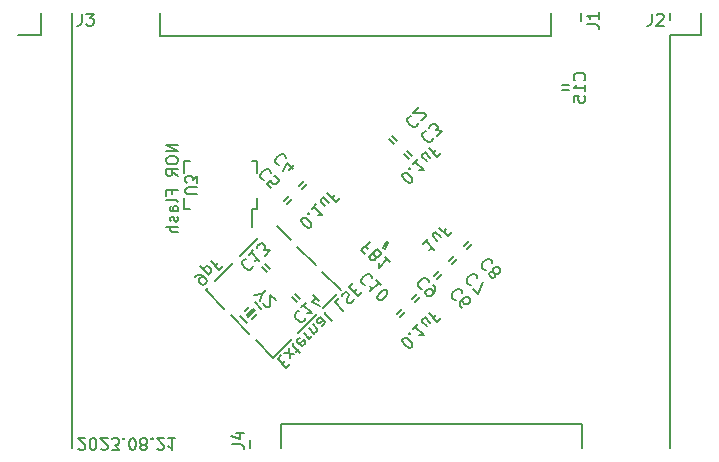
<source format=gbr>
%TF.GenerationSoftware,KiCad,Pcbnew,7.0.5*%
%TF.CreationDate,2023-08-21T09:28:54+09:00*%
%TF.ProjectId,STM32G4 MAZE,53544d33-3247-4342-904d-415a452e6b69,rev?*%
%TF.SameCoordinates,Original*%
%TF.FileFunction,Legend,Bot*%
%TF.FilePolarity,Positive*%
%FSLAX46Y46*%
G04 Gerber Fmt 4.6, Leading zero omitted, Abs format (unit mm)*
G04 Created by KiCad (PCBNEW 7.0.5) date 2023-08-21 09:28:54*
%MOMM*%
%LPD*%
G01*
G04 APERTURE LIST*
%ADD10C,0.200000*%
G04 APERTURE END LIST*
D10*
X75239554Y-118500042D02*
X75287173Y-118547661D01*
X75287173Y-118547661D02*
X75382411Y-118595280D01*
X75382411Y-118595280D02*
X75620506Y-118595280D01*
X75620506Y-118595280D02*
X75715744Y-118547661D01*
X75715744Y-118547661D02*
X75763363Y-118500042D01*
X75763363Y-118500042D02*
X75810982Y-118404804D01*
X75810982Y-118404804D02*
X75810982Y-118309566D01*
X75810982Y-118309566D02*
X75763363Y-118166709D01*
X75763363Y-118166709D02*
X75191935Y-117595280D01*
X75191935Y-117595280D02*
X75810982Y-117595280D01*
X76430030Y-118595280D02*
X76525268Y-118595280D01*
X76525268Y-118595280D02*
X76620506Y-118547661D01*
X76620506Y-118547661D02*
X76668125Y-118500042D01*
X76668125Y-118500042D02*
X76715744Y-118404804D01*
X76715744Y-118404804D02*
X76763363Y-118214328D01*
X76763363Y-118214328D02*
X76763363Y-117976233D01*
X76763363Y-117976233D02*
X76715744Y-117785757D01*
X76715744Y-117785757D02*
X76668125Y-117690519D01*
X76668125Y-117690519D02*
X76620506Y-117642900D01*
X76620506Y-117642900D02*
X76525268Y-117595280D01*
X76525268Y-117595280D02*
X76430030Y-117595280D01*
X76430030Y-117595280D02*
X76334792Y-117642900D01*
X76334792Y-117642900D02*
X76287173Y-117690519D01*
X76287173Y-117690519D02*
X76239554Y-117785757D01*
X76239554Y-117785757D02*
X76191935Y-117976233D01*
X76191935Y-117976233D02*
X76191935Y-118214328D01*
X76191935Y-118214328D02*
X76239554Y-118404804D01*
X76239554Y-118404804D02*
X76287173Y-118500042D01*
X76287173Y-118500042D02*
X76334792Y-118547661D01*
X76334792Y-118547661D02*
X76430030Y-118595280D01*
X77144316Y-118500042D02*
X77191935Y-118547661D01*
X77191935Y-118547661D02*
X77287173Y-118595280D01*
X77287173Y-118595280D02*
X77525268Y-118595280D01*
X77525268Y-118595280D02*
X77620506Y-118547661D01*
X77620506Y-118547661D02*
X77668125Y-118500042D01*
X77668125Y-118500042D02*
X77715744Y-118404804D01*
X77715744Y-118404804D02*
X77715744Y-118309566D01*
X77715744Y-118309566D02*
X77668125Y-118166709D01*
X77668125Y-118166709D02*
X77096697Y-117595280D01*
X77096697Y-117595280D02*
X77715744Y-117595280D01*
X78049078Y-118595280D02*
X78668125Y-118595280D01*
X78668125Y-118595280D02*
X78334792Y-118214328D01*
X78334792Y-118214328D02*
X78477649Y-118214328D01*
X78477649Y-118214328D02*
X78572887Y-118166709D01*
X78572887Y-118166709D02*
X78620506Y-118119090D01*
X78620506Y-118119090D02*
X78668125Y-118023852D01*
X78668125Y-118023852D02*
X78668125Y-117785757D01*
X78668125Y-117785757D02*
X78620506Y-117690519D01*
X78620506Y-117690519D02*
X78572887Y-117642900D01*
X78572887Y-117642900D02*
X78477649Y-117595280D01*
X78477649Y-117595280D02*
X78191935Y-117595280D01*
X78191935Y-117595280D02*
X78096697Y-117642900D01*
X78096697Y-117642900D02*
X78049078Y-117690519D01*
X79096697Y-117690519D02*
X79144316Y-117642900D01*
X79144316Y-117642900D02*
X79096697Y-117595280D01*
X79096697Y-117595280D02*
X79049078Y-117642900D01*
X79049078Y-117642900D02*
X79096697Y-117690519D01*
X79096697Y-117690519D02*
X79096697Y-117595280D01*
X79763363Y-118595280D02*
X79858601Y-118595280D01*
X79858601Y-118595280D02*
X79953839Y-118547661D01*
X79953839Y-118547661D02*
X80001458Y-118500042D01*
X80001458Y-118500042D02*
X80049077Y-118404804D01*
X80049077Y-118404804D02*
X80096696Y-118214328D01*
X80096696Y-118214328D02*
X80096696Y-117976233D01*
X80096696Y-117976233D02*
X80049077Y-117785757D01*
X80049077Y-117785757D02*
X80001458Y-117690519D01*
X80001458Y-117690519D02*
X79953839Y-117642900D01*
X79953839Y-117642900D02*
X79858601Y-117595280D01*
X79858601Y-117595280D02*
X79763363Y-117595280D01*
X79763363Y-117595280D02*
X79668125Y-117642900D01*
X79668125Y-117642900D02*
X79620506Y-117690519D01*
X79620506Y-117690519D02*
X79572887Y-117785757D01*
X79572887Y-117785757D02*
X79525268Y-117976233D01*
X79525268Y-117976233D02*
X79525268Y-118214328D01*
X79525268Y-118214328D02*
X79572887Y-118404804D01*
X79572887Y-118404804D02*
X79620506Y-118500042D01*
X79620506Y-118500042D02*
X79668125Y-118547661D01*
X79668125Y-118547661D02*
X79763363Y-118595280D01*
X80668125Y-118166709D02*
X80572887Y-118214328D01*
X80572887Y-118214328D02*
X80525268Y-118261947D01*
X80525268Y-118261947D02*
X80477649Y-118357185D01*
X80477649Y-118357185D02*
X80477649Y-118404804D01*
X80477649Y-118404804D02*
X80525268Y-118500042D01*
X80525268Y-118500042D02*
X80572887Y-118547661D01*
X80572887Y-118547661D02*
X80668125Y-118595280D01*
X80668125Y-118595280D02*
X80858601Y-118595280D01*
X80858601Y-118595280D02*
X80953839Y-118547661D01*
X80953839Y-118547661D02*
X81001458Y-118500042D01*
X81001458Y-118500042D02*
X81049077Y-118404804D01*
X81049077Y-118404804D02*
X81049077Y-118357185D01*
X81049077Y-118357185D02*
X81001458Y-118261947D01*
X81001458Y-118261947D02*
X80953839Y-118214328D01*
X80953839Y-118214328D02*
X80858601Y-118166709D01*
X80858601Y-118166709D02*
X80668125Y-118166709D01*
X80668125Y-118166709D02*
X80572887Y-118119090D01*
X80572887Y-118119090D02*
X80525268Y-118071471D01*
X80525268Y-118071471D02*
X80477649Y-117976233D01*
X80477649Y-117976233D02*
X80477649Y-117785757D01*
X80477649Y-117785757D02*
X80525268Y-117690519D01*
X80525268Y-117690519D02*
X80572887Y-117642900D01*
X80572887Y-117642900D02*
X80668125Y-117595280D01*
X80668125Y-117595280D02*
X80858601Y-117595280D01*
X80858601Y-117595280D02*
X80953839Y-117642900D01*
X80953839Y-117642900D02*
X81001458Y-117690519D01*
X81001458Y-117690519D02*
X81049077Y-117785757D01*
X81049077Y-117785757D02*
X81049077Y-117976233D01*
X81049077Y-117976233D02*
X81001458Y-118071471D01*
X81001458Y-118071471D02*
X80953839Y-118119090D01*
X80953839Y-118119090D02*
X80858601Y-118166709D01*
X81477649Y-117690519D02*
X81525268Y-117642900D01*
X81525268Y-117642900D02*
X81477649Y-117595280D01*
X81477649Y-117595280D02*
X81430030Y-117642900D01*
X81430030Y-117642900D02*
X81477649Y-117690519D01*
X81477649Y-117690519D02*
X81477649Y-117595280D01*
X81906220Y-118500042D02*
X81953839Y-118547661D01*
X81953839Y-118547661D02*
X82049077Y-118595280D01*
X82049077Y-118595280D02*
X82287172Y-118595280D01*
X82287172Y-118595280D02*
X82382410Y-118547661D01*
X82382410Y-118547661D02*
X82430029Y-118500042D01*
X82430029Y-118500042D02*
X82477648Y-118404804D01*
X82477648Y-118404804D02*
X82477648Y-118309566D01*
X82477648Y-118309566D02*
X82430029Y-118166709D01*
X82430029Y-118166709D02*
X81858601Y-117595280D01*
X81858601Y-117595280D02*
X82477648Y-117595280D01*
X83430029Y-117595280D02*
X82858601Y-117595280D01*
X83144315Y-117595280D02*
X83144315Y-118595280D01*
X83144315Y-118595280D02*
X83049077Y-118452423D01*
X83049077Y-118452423D02*
X82953839Y-118357185D01*
X82953839Y-118357185D02*
X82858601Y-118309566D01*
X103419582Y-109929911D02*
X103486926Y-109862568D01*
X103486926Y-109862568D02*
X103520597Y-109761552D01*
X103520597Y-109761552D02*
X103520597Y-109694209D01*
X103520597Y-109694209D02*
X103486926Y-109593194D01*
X103486926Y-109593194D02*
X103385910Y-109424835D01*
X103385910Y-109424835D02*
X103217552Y-109256476D01*
X103217552Y-109256476D02*
X103049193Y-109155461D01*
X103049193Y-109155461D02*
X102948178Y-109121789D01*
X102948178Y-109121789D02*
X102880834Y-109121789D01*
X102880834Y-109121789D02*
X102779819Y-109155461D01*
X102779819Y-109155461D02*
X102712475Y-109222804D01*
X102712475Y-109222804D02*
X102678804Y-109323820D01*
X102678804Y-109323820D02*
X102678804Y-109391163D01*
X102678804Y-109391163D02*
X102712475Y-109492178D01*
X102712475Y-109492178D02*
X102813491Y-109660537D01*
X102813491Y-109660537D02*
X102981849Y-109828896D01*
X102981849Y-109828896D02*
X103150208Y-109929911D01*
X103150208Y-109929911D02*
X103251223Y-109963583D01*
X103251223Y-109963583D02*
X103318567Y-109963583D01*
X103318567Y-109963583D02*
X103419582Y-109929911D01*
X103318567Y-108751400D02*
X103318567Y-108684056D01*
X103318567Y-108684056D02*
X103251223Y-108684056D01*
X103251223Y-108684056D02*
X103251223Y-108751400D01*
X103251223Y-108751400D02*
X103318567Y-108751400D01*
X103318567Y-108751400D02*
X103251223Y-108684056D01*
X103958330Y-107976950D02*
X103554269Y-108381011D01*
X103756299Y-108178980D02*
X104463406Y-108886087D01*
X104463406Y-108886087D02*
X104295047Y-108852415D01*
X104295047Y-108852415D02*
X104160360Y-108852415D01*
X104160360Y-108852415D02*
X104059345Y-108886087D01*
X105035826Y-107842263D02*
X104564421Y-107370858D01*
X104732780Y-108145309D02*
X104362391Y-107774919D01*
X104362391Y-107774919D02*
X104328719Y-107673904D01*
X104328719Y-107673904D02*
X104362391Y-107572889D01*
X104362391Y-107572889D02*
X104463406Y-107471874D01*
X104463406Y-107471874D02*
X104564421Y-107438202D01*
X104564421Y-107438202D02*
X104631765Y-107438202D01*
X105507230Y-107168828D02*
X105271528Y-107404530D01*
X104901139Y-107034141D02*
X105608246Y-107741247D01*
X105608246Y-107741247D02*
X105944963Y-107404530D01*
X104853178Y-100732102D02*
X104449117Y-101136163D01*
X104651147Y-100934133D02*
X105358254Y-101641239D01*
X105358254Y-101641239D02*
X105189895Y-101607568D01*
X105189895Y-101607568D02*
X105055208Y-101607568D01*
X105055208Y-101607568D02*
X104954193Y-101641239D01*
X105930674Y-100597415D02*
X105459269Y-100126011D01*
X105627628Y-100900461D02*
X105257239Y-100530072D01*
X105257239Y-100530072D02*
X105223567Y-100429056D01*
X105223567Y-100429056D02*
X105257239Y-100328041D01*
X105257239Y-100328041D02*
X105358254Y-100227026D01*
X105358254Y-100227026D02*
X105459269Y-100193354D01*
X105459269Y-100193354D02*
X105526613Y-100193354D01*
X106402078Y-99923980D02*
X106166376Y-100159682D01*
X105795987Y-99789293D02*
X106503093Y-100496400D01*
X106503093Y-100496400D02*
X106839811Y-100159682D01*
X103419582Y-95959911D02*
X103486926Y-95892568D01*
X103486926Y-95892568D02*
X103520597Y-95791552D01*
X103520597Y-95791552D02*
X103520597Y-95724209D01*
X103520597Y-95724209D02*
X103486926Y-95623194D01*
X103486926Y-95623194D02*
X103385910Y-95454835D01*
X103385910Y-95454835D02*
X103217552Y-95286476D01*
X103217552Y-95286476D02*
X103049193Y-95185461D01*
X103049193Y-95185461D02*
X102948178Y-95151789D01*
X102948178Y-95151789D02*
X102880834Y-95151789D01*
X102880834Y-95151789D02*
X102779819Y-95185461D01*
X102779819Y-95185461D02*
X102712475Y-95252804D01*
X102712475Y-95252804D02*
X102678804Y-95353820D01*
X102678804Y-95353820D02*
X102678804Y-95421163D01*
X102678804Y-95421163D02*
X102712475Y-95522178D01*
X102712475Y-95522178D02*
X102813491Y-95690537D01*
X102813491Y-95690537D02*
X102981849Y-95858896D01*
X102981849Y-95858896D02*
X103150208Y-95959911D01*
X103150208Y-95959911D02*
X103251223Y-95993583D01*
X103251223Y-95993583D02*
X103318567Y-95993583D01*
X103318567Y-95993583D02*
X103419582Y-95959911D01*
X103318567Y-94781400D02*
X103318567Y-94714056D01*
X103318567Y-94714056D02*
X103251223Y-94714056D01*
X103251223Y-94714056D02*
X103251223Y-94781400D01*
X103251223Y-94781400D02*
X103318567Y-94781400D01*
X103318567Y-94781400D02*
X103251223Y-94714056D01*
X103958330Y-94006950D02*
X103554269Y-94411011D01*
X103756299Y-94208980D02*
X104463406Y-94916087D01*
X104463406Y-94916087D02*
X104295047Y-94882415D01*
X104295047Y-94882415D02*
X104160360Y-94882415D01*
X104160360Y-94882415D02*
X104059345Y-94916087D01*
X105035826Y-93872263D02*
X104564421Y-93400858D01*
X104732780Y-94175309D02*
X104362391Y-93804919D01*
X104362391Y-93804919D02*
X104328719Y-93703904D01*
X104328719Y-93703904D02*
X104362391Y-93602889D01*
X104362391Y-93602889D02*
X104463406Y-93501874D01*
X104463406Y-93501874D02*
X104564421Y-93468202D01*
X104564421Y-93468202D02*
X104631765Y-93468202D01*
X105507230Y-93198828D02*
X105271528Y-93434530D01*
X104901139Y-93064141D02*
X105608246Y-93771247D01*
X105608246Y-93771247D02*
X105944963Y-93434530D01*
X94847082Y-99769911D02*
X94914426Y-99702568D01*
X94914426Y-99702568D02*
X94948097Y-99601552D01*
X94948097Y-99601552D02*
X94948097Y-99534209D01*
X94948097Y-99534209D02*
X94914426Y-99433194D01*
X94914426Y-99433194D02*
X94813410Y-99264835D01*
X94813410Y-99264835D02*
X94645052Y-99096476D01*
X94645052Y-99096476D02*
X94476693Y-98995461D01*
X94476693Y-98995461D02*
X94375678Y-98961789D01*
X94375678Y-98961789D02*
X94308334Y-98961789D01*
X94308334Y-98961789D02*
X94207319Y-98995461D01*
X94207319Y-98995461D02*
X94139975Y-99062804D01*
X94139975Y-99062804D02*
X94106304Y-99163820D01*
X94106304Y-99163820D02*
X94106304Y-99231163D01*
X94106304Y-99231163D02*
X94139975Y-99332178D01*
X94139975Y-99332178D02*
X94240991Y-99500537D01*
X94240991Y-99500537D02*
X94409349Y-99668896D01*
X94409349Y-99668896D02*
X94577708Y-99769911D01*
X94577708Y-99769911D02*
X94678723Y-99803583D01*
X94678723Y-99803583D02*
X94746067Y-99803583D01*
X94746067Y-99803583D02*
X94847082Y-99769911D01*
X94746067Y-98591400D02*
X94746067Y-98524056D01*
X94746067Y-98524056D02*
X94678723Y-98524056D01*
X94678723Y-98524056D02*
X94678723Y-98591400D01*
X94678723Y-98591400D02*
X94746067Y-98591400D01*
X94746067Y-98591400D02*
X94678723Y-98524056D01*
X95385830Y-97816950D02*
X94981769Y-98221011D01*
X95183799Y-98018980D02*
X95890906Y-98726087D01*
X95890906Y-98726087D02*
X95722547Y-98692415D01*
X95722547Y-98692415D02*
X95587860Y-98692415D01*
X95587860Y-98692415D02*
X95486845Y-98726087D01*
X96463326Y-97682263D02*
X95991921Y-97210858D01*
X96160280Y-97985309D02*
X95789891Y-97614919D01*
X95789891Y-97614919D02*
X95756219Y-97513904D01*
X95756219Y-97513904D02*
X95789891Y-97412889D01*
X95789891Y-97412889D02*
X95890906Y-97311874D01*
X95890906Y-97311874D02*
X95991921Y-97278202D01*
X95991921Y-97278202D02*
X96059265Y-97278202D01*
X96934730Y-97008828D02*
X96699028Y-97244530D01*
X96328639Y-96874141D02*
X97035746Y-97581247D01*
X97035746Y-97581247D02*
X97372463Y-97244530D01*
X85148960Y-103926320D02*
X85283647Y-103791633D01*
X85283647Y-103791633D02*
X85384662Y-103757961D01*
X85384662Y-103757961D02*
X85452006Y-103757961D01*
X85452006Y-103757961D02*
X85620365Y-103791633D01*
X85620365Y-103791633D02*
X85788723Y-103892648D01*
X85788723Y-103892648D02*
X86058097Y-104162022D01*
X86058097Y-104162022D02*
X86091769Y-104263037D01*
X86091769Y-104263037D02*
X86091769Y-104330381D01*
X86091769Y-104330381D02*
X86058097Y-104431396D01*
X86058097Y-104431396D02*
X85923410Y-104566083D01*
X85923410Y-104566083D02*
X85822395Y-104599755D01*
X85822395Y-104599755D02*
X85755052Y-104599755D01*
X85755052Y-104599755D02*
X85654036Y-104566083D01*
X85654036Y-104566083D02*
X85485678Y-104397724D01*
X85485678Y-104397724D02*
X85452006Y-104296709D01*
X85452006Y-104296709D02*
X85452006Y-104229365D01*
X85452006Y-104229365D02*
X85485678Y-104128350D01*
X85485678Y-104128350D02*
X85620365Y-103993663D01*
X85620365Y-103993663D02*
X85721380Y-103959991D01*
X85721380Y-103959991D02*
X85788723Y-103959991D01*
X85788723Y-103959991D02*
X85889739Y-103993663D01*
X86260128Y-103757961D02*
X85553021Y-103050854D01*
X86226456Y-103724289D02*
X86327471Y-103690617D01*
X86327471Y-103690617D02*
X86462158Y-103555930D01*
X86462158Y-103555930D02*
X86495830Y-103454915D01*
X86495830Y-103454915D02*
X86495830Y-103387572D01*
X86495830Y-103387572D02*
X86462158Y-103286556D01*
X86462158Y-103286556D02*
X86260128Y-103084526D01*
X86260128Y-103084526D02*
X86159113Y-103050854D01*
X86159113Y-103050854D02*
X86091769Y-103050854D01*
X86091769Y-103050854D02*
X85990754Y-103084526D01*
X85990754Y-103084526D02*
X85856067Y-103219213D01*
X85856067Y-103219213D02*
X85822395Y-103320228D01*
X87034578Y-102781480D02*
X86798876Y-103017182D01*
X86428487Y-102646793D02*
X87135593Y-103353900D01*
X87135593Y-103353900D02*
X87472311Y-103017182D01*
X83674719Y-92749673D02*
X82674719Y-92749673D01*
X82674719Y-92749673D02*
X83674719Y-93321101D01*
X83674719Y-93321101D02*
X82674719Y-93321101D01*
X82674719Y-93987768D02*
X82674719Y-94178244D01*
X82674719Y-94178244D02*
X82722338Y-94273482D01*
X82722338Y-94273482D02*
X82817576Y-94368720D01*
X82817576Y-94368720D02*
X83008052Y-94416339D01*
X83008052Y-94416339D02*
X83341385Y-94416339D01*
X83341385Y-94416339D02*
X83531861Y-94368720D01*
X83531861Y-94368720D02*
X83627100Y-94273482D01*
X83627100Y-94273482D02*
X83674719Y-94178244D01*
X83674719Y-94178244D02*
X83674719Y-93987768D01*
X83674719Y-93987768D02*
X83627100Y-93892530D01*
X83627100Y-93892530D02*
X83531861Y-93797292D01*
X83531861Y-93797292D02*
X83341385Y-93749673D01*
X83341385Y-93749673D02*
X83008052Y-93749673D01*
X83008052Y-93749673D02*
X82817576Y-93797292D01*
X82817576Y-93797292D02*
X82722338Y-93892530D01*
X82722338Y-93892530D02*
X82674719Y-93987768D01*
X83674719Y-95416339D02*
X83198528Y-95083006D01*
X83674719Y-94844911D02*
X82674719Y-94844911D01*
X82674719Y-94844911D02*
X82674719Y-95225863D01*
X82674719Y-95225863D02*
X82722338Y-95321101D01*
X82722338Y-95321101D02*
X82769957Y-95368720D01*
X82769957Y-95368720D02*
X82865195Y-95416339D01*
X82865195Y-95416339D02*
X83008052Y-95416339D01*
X83008052Y-95416339D02*
X83103290Y-95368720D01*
X83103290Y-95368720D02*
X83150909Y-95321101D01*
X83150909Y-95321101D02*
X83198528Y-95225863D01*
X83198528Y-95225863D02*
X83198528Y-94844911D01*
X83150909Y-96940149D02*
X83150909Y-96606816D01*
X83674719Y-96606816D02*
X82674719Y-96606816D01*
X82674719Y-96606816D02*
X82674719Y-97083006D01*
X83674719Y-97606816D02*
X83627100Y-97511578D01*
X83627100Y-97511578D02*
X83531861Y-97463959D01*
X83531861Y-97463959D02*
X82674719Y-97463959D01*
X83674719Y-98416340D02*
X83150909Y-98416340D01*
X83150909Y-98416340D02*
X83055671Y-98368721D01*
X83055671Y-98368721D02*
X83008052Y-98273483D01*
X83008052Y-98273483D02*
X83008052Y-98083007D01*
X83008052Y-98083007D02*
X83055671Y-97987769D01*
X83627100Y-98416340D02*
X83674719Y-98321102D01*
X83674719Y-98321102D02*
X83674719Y-98083007D01*
X83674719Y-98083007D02*
X83627100Y-97987769D01*
X83627100Y-97987769D02*
X83531861Y-97940150D01*
X83531861Y-97940150D02*
X83436623Y-97940150D01*
X83436623Y-97940150D02*
X83341385Y-97987769D01*
X83341385Y-97987769D02*
X83293766Y-98083007D01*
X83293766Y-98083007D02*
X83293766Y-98321102D01*
X83293766Y-98321102D02*
X83246147Y-98416340D01*
X83627100Y-98844912D02*
X83674719Y-98940150D01*
X83674719Y-98940150D02*
X83674719Y-99130626D01*
X83674719Y-99130626D02*
X83627100Y-99225864D01*
X83627100Y-99225864D02*
X83531861Y-99273483D01*
X83531861Y-99273483D02*
X83484242Y-99273483D01*
X83484242Y-99273483D02*
X83389004Y-99225864D01*
X83389004Y-99225864D02*
X83341385Y-99130626D01*
X83341385Y-99130626D02*
X83341385Y-98987769D01*
X83341385Y-98987769D02*
X83293766Y-98892531D01*
X83293766Y-98892531D02*
X83198528Y-98844912D01*
X83198528Y-98844912D02*
X83150909Y-98844912D01*
X83150909Y-98844912D02*
X83055671Y-98892531D01*
X83055671Y-98892531D02*
X83008052Y-98987769D01*
X83008052Y-98987769D02*
X83008052Y-99130626D01*
X83008052Y-99130626D02*
X83055671Y-99225864D01*
X83674719Y-99702055D02*
X82674719Y-99702055D01*
X83674719Y-100130626D02*
X83150909Y-100130626D01*
X83150909Y-100130626D02*
X83055671Y-100083007D01*
X83055671Y-100083007D02*
X83008052Y-99987769D01*
X83008052Y-99987769D02*
X83008052Y-99844912D01*
X83008052Y-99844912D02*
X83055671Y-99749674D01*
X83055671Y-99749674D02*
X83103290Y-99702055D01*
X92470678Y-111315381D02*
X92706380Y-111079678D01*
X92437006Y-110608274D02*
X92100288Y-110944991D01*
X92100288Y-110944991D02*
X92807395Y-111652098D01*
X92807395Y-111652098D02*
X93144113Y-111315381D01*
X92672708Y-110372572D02*
X93514502Y-110473587D01*
X93144113Y-110843976D02*
X93043097Y-110002182D01*
X93682861Y-110305228D02*
X93952235Y-110035854D01*
X94019578Y-110439915D02*
X93413487Y-109833823D01*
X93413487Y-109833823D02*
X93379815Y-109732808D01*
X93379815Y-109732808D02*
X93413487Y-109631793D01*
X93413487Y-109631793D02*
X93480830Y-109564449D01*
X94019579Y-109093045D02*
X93918563Y-109126716D01*
X93918563Y-109126716D02*
X93783876Y-109261403D01*
X93783876Y-109261403D02*
X93750205Y-109362419D01*
X93750205Y-109362419D02*
X93783876Y-109463434D01*
X93783876Y-109463434D02*
X94053250Y-109732808D01*
X94053250Y-109732808D02*
X94154266Y-109766480D01*
X94154266Y-109766480D02*
X94255281Y-109732808D01*
X94255281Y-109732808D02*
X94389968Y-109598121D01*
X94389968Y-109598121D02*
X94423640Y-109497106D01*
X94423640Y-109497106D02*
X94389968Y-109396090D01*
X94389968Y-109396090D02*
X94322624Y-109328747D01*
X94322624Y-109328747D02*
X93918563Y-109598121D01*
X94322624Y-108722655D02*
X94794029Y-109194060D01*
X94659342Y-109059373D02*
X94760357Y-109093044D01*
X94760357Y-109093044D02*
X94827701Y-109093044D01*
X94827701Y-109093044D02*
X94928716Y-109059373D01*
X94928716Y-109059373D02*
X94996059Y-108992029D01*
X95231762Y-108756327D02*
X94760358Y-108284922D01*
X95164419Y-108688983D02*
X95231762Y-108688983D01*
X95231762Y-108688983D02*
X95332777Y-108655311D01*
X95332777Y-108655311D02*
X95433793Y-108554296D01*
X95433793Y-108554296D02*
X95467464Y-108453281D01*
X95467464Y-108453281D02*
X95433793Y-108352266D01*
X95433793Y-108352266D02*
X95063403Y-107981876D01*
X95703167Y-107342113D02*
X96073556Y-107712502D01*
X96073556Y-107712502D02*
X96107228Y-107813518D01*
X96107228Y-107813518D02*
X96073556Y-107914533D01*
X96073556Y-107914533D02*
X95938869Y-108049220D01*
X95938869Y-108049220D02*
X95837854Y-108082892D01*
X95736838Y-107375785D02*
X95635823Y-107409457D01*
X95635823Y-107409457D02*
X95467464Y-107577815D01*
X95467464Y-107577815D02*
X95433793Y-107678831D01*
X95433793Y-107678831D02*
X95467464Y-107779846D01*
X95467464Y-107779846D02*
X95534808Y-107847189D01*
X95534808Y-107847189D02*
X95635823Y-107880861D01*
X95635823Y-107880861D02*
X95736838Y-107847189D01*
X95736838Y-107847189D02*
X95905197Y-107678831D01*
X95905197Y-107678831D02*
X96006212Y-107645159D01*
X96140899Y-106904380D02*
X96107228Y-107005395D01*
X96107228Y-107005395D02*
X96140899Y-107106411D01*
X96140899Y-107106411D02*
X96746991Y-107712502D01*
X97285740Y-105759540D02*
X96949022Y-106096258D01*
X96949022Y-106096258D02*
X97656129Y-106803364D01*
X97521442Y-105591181D02*
X97588785Y-105456494D01*
X97588785Y-105456494D02*
X97757144Y-105288135D01*
X97757144Y-105288135D02*
X97858159Y-105254464D01*
X97858159Y-105254464D02*
X97925503Y-105254464D01*
X97925503Y-105254464D02*
X98026518Y-105288135D01*
X98026518Y-105288135D02*
X98093862Y-105355479D01*
X98093862Y-105355479D02*
X98127533Y-105456494D01*
X98127533Y-105456494D02*
X98127533Y-105523838D01*
X98127533Y-105523838D02*
X98093862Y-105624853D01*
X98093862Y-105624853D02*
X97992846Y-105793212D01*
X97992846Y-105793212D02*
X97959175Y-105894227D01*
X97959175Y-105894227D02*
X97959175Y-105961570D01*
X97959175Y-105961570D02*
X97992846Y-106062586D01*
X97992846Y-106062586D02*
X98060190Y-106129929D01*
X98060190Y-106129929D02*
X98161205Y-106163601D01*
X98161205Y-106163601D02*
X98228549Y-106163601D01*
X98228549Y-106163601D02*
X98329564Y-106129929D01*
X98329564Y-106129929D02*
X98497923Y-105961570D01*
X98497923Y-105961570D02*
X98565266Y-105826883D01*
X98565266Y-105220792D02*
X98800968Y-104985090D01*
X98531594Y-104513685D02*
X98194877Y-104850403D01*
X98194877Y-104850403D02*
X98901984Y-105557509D01*
X98901984Y-105557509D02*
X99238701Y-105220792D01*
X97460000Y-105080000D02*
X95904365Y-103524365D01*
X95338680Y-102958680D02*
X93783045Y-101403045D01*
X93217359Y-100837359D02*
X92062500Y-99682500D01*
X91745000Y-110795000D02*
X93300635Y-109239365D01*
X93866320Y-108673680D02*
X95421955Y-107118045D01*
X95987641Y-106552359D02*
X97142500Y-105397500D01*
X86030000Y-105080000D02*
X87585635Y-106635635D01*
X88151320Y-107201320D02*
X89706955Y-108756955D01*
X90272641Y-109322641D02*
X91745000Y-110795000D01*
X90475000Y-100635000D02*
X88919365Y-102190635D01*
X88353680Y-102756320D02*
X86798045Y-104311955D01*
X86232359Y-104877641D02*
X86030000Y-105080000D01*
%TO.C,Y2*%
X90756332Y-105395232D02*
X91093049Y-105058515D01*
X90150240Y-105529919D02*
X90756332Y-105395232D01*
X90756332Y-105395232D02*
X90621645Y-106001324D01*
X90891019Y-106136011D02*
X90891019Y-106203354D01*
X90891019Y-106203354D02*
X90924690Y-106304370D01*
X90924690Y-106304370D02*
X91093049Y-106472728D01*
X91093049Y-106472728D02*
X91194064Y-106506400D01*
X91194064Y-106506400D02*
X91261408Y-106506400D01*
X91261408Y-106506400D02*
X91362423Y-106472728D01*
X91362423Y-106472728D02*
X91429767Y-106405385D01*
X91429767Y-106405385D02*
X91497110Y-106270698D01*
X91497110Y-106270698D02*
X91497110Y-105462576D01*
X91497110Y-105462576D02*
X91934843Y-105900309D01*
%TO.C,C10*%
X100115354Y-104055507D02*
X100115354Y-103988164D01*
X100115354Y-103988164D02*
X100048011Y-103853477D01*
X100048011Y-103853477D02*
X99980667Y-103786133D01*
X99980667Y-103786133D02*
X99845980Y-103718790D01*
X99845980Y-103718790D02*
X99711293Y-103718790D01*
X99711293Y-103718790D02*
X99610278Y-103752461D01*
X99610278Y-103752461D02*
X99441919Y-103853477D01*
X99441919Y-103853477D02*
X99340904Y-103954492D01*
X99340904Y-103954492D02*
X99239889Y-104122851D01*
X99239889Y-104122851D02*
X99206217Y-104223866D01*
X99206217Y-104223866D02*
X99206217Y-104358553D01*
X99206217Y-104358553D02*
X99273561Y-104493240D01*
X99273561Y-104493240D02*
X99340904Y-104560583D01*
X99340904Y-104560583D02*
X99475591Y-104627927D01*
X99475591Y-104627927D02*
X99542935Y-104627927D01*
X100856133Y-104661599D02*
X100452072Y-104257538D01*
X100654102Y-104459568D02*
X99946996Y-105166675D01*
X99946996Y-105166675D02*
X99980667Y-104998316D01*
X99980667Y-104998316D02*
X99980667Y-104863629D01*
X99980667Y-104863629D02*
X99946996Y-104762614D01*
X100586759Y-105806438D02*
X100654103Y-105873782D01*
X100654103Y-105873782D02*
X100755118Y-105907454D01*
X100755118Y-105907454D02*
X100822461Y-105907454D01*
X100822461Y-105907454D02*
X100923477Y-105873782D01*
X100923477Y-105873782D02*
X101091835Y-105772767D01*
X101091835Y-105772767D02*
X101260194Y-105604408D01*
X101260194Y-105604408D02*
X101361209Y-105436049D01*
X101361209Y-105436049D02*
X101394881Y-105335034D01*
X101394881Y-105335034D02*
X101394881Y-105267690D01*
X101394881Y-105267690D02*
X101361209Y-105166675D01*
X101361209Y-105166675D02*
X101293866Y-105099331D01*
X101293866Y-105099331D02*
X101192851Y-105065660D01*
X101192851Y-105065660D02*
X101125507Y-105065660D01*
X101125507Y-105065660D02*
X101024492Y-105099331D01*
X101024492Y-105099331D02*
X100856133Y-105200347D01*
X100856133Y-105200347D02*
X100687774Y-105368706D01*
X100687774Y-105368706D02*
X100586759Y-105537064D01*
X100586759Y-105537064D02*
X100553087Y-105638080D01*
X100553087Y-105638080D02*
X100553087Y-105705423D01*
X100553087Y-105705423D02*
X100586759Y-105806438D01*
%TO.C,C9*%
X104897072Y-104392225D02*
X104897072Y-104324882D01*
X104897072Y-104324882D02*
X104829729Y-104190195D01*
X104829729Y-104190195D02*
X104762385Y-104122851D01*
X104762385Y-104122851D02*
X104627698Y-104055508D01*
X104627698Y-104055508D02*
X104493011Y-104055508D01*
X104493011Y-104055508D02*
X104391996Y-104089179D01*
X104391996Y-104089179D02*
X104223637Y-104190195D01*
X104223637Y-104190195D02*
X104122622Y-104291210D01*
X104122622Y-104291210D02*
X104021607Y-104459569D01*
X104021607Y-104459569D02*
X103987935Y-104560584D01*
X103987935Y-104560584D02*
X103987935Y-104695271D01*
X103987935Y-104695271D02*
X104055279Y-104829958D01*
X104055279Y-104829958D02*
X104122622Y-104897301D01*
X104122622Y-104897301D02*
X104257309Y-104964645D01*
X104257309Y-104964645D02*
X104324653Y-104964645D01*
X105301133Y-104661599D02*
X105435820Y-104796286D01*
X105435820Y-104796286D02*
X105469492Y-104897301D01*
X105469492Y-104897301D02*
X105469492Y-104964645D01*
X105469492Y-104964645D02*
X105435820Y-105133004D01*
X105435820Y-105133004D02*
X105334805Y-105301362D01*
X105334805Y-105301362D02*
X105065431Y-105570736D01*
X105065431Y-105570736D02*
X104964416Y-105604408D01*
X104964416Y-105604408D02*
X104897072Y-105604408D01*
X104897072Y-105604408D02*
X104796057Y-105570736D01*
X104796057Y-105570736D02*
X104661370Y-105436049D01*
X104661370Y-105436049D02*
X104627698Y-105335034D01*
X104627698Y-105335034D02*
X104627698Y-105267691D01*
X104627698Y-105267691D02*
X104661370Y-105166675D01*
X104661370Y-105166675D02*
X104829729Y-104998317D01*
X104829729Y-104998317D02*
X104930744Y-104964645D01*
X104930744Y-104964645D02*
X104998088Y-104964645D01*
X104998088Y-104964645D02*
X105099103Y-104998317D01*
X105099103Y-104998317D02*
X105233790Y-105133004D01*
X105233790Y-105133004D02*
X105267462Y-105234019D01*
X105267462Y-105234019D02*
X105267462Y-105301362D01*
X105267462Y-105301362D02*
X105233790Y-105402378D01*
%TO.C,C8*%
X110294572Y-102804725D02*
X110294572Y-102737382D01*
X110294572Y-102737382D02*
X110227229Y-102602695D01*
X110227229Y-102602695D02*
X110159885Y-102535351D01*
X110159885Y-102535351D02*
X110025198Y-102468008D01*
X110025198Y-102468008D02*
X109890511Y-102468008D01*
X109890511Y-102468008D02*
X109789496Y-102501679D01*
X109789496Y-102501679D02*
X109621137Y-102602695D01*
X109621137Y-102602695D02*
X109520122Y-102703710D01*
X109520122Y-102703710D02*
X109419107Y-102872069D01*
X109419107Y-102872069D02*
X109385435Y-102973084D01*
X109385435Y-102973084D02*
X109385435Y-103107771D01*
X109385435Y-103107771D02*
X109452779Y-103242458D01*
X109452779Y-103242458D02*
X109520122Y-103309801D01*
X109520122Y-103309801D02*
X109654809Y-103377145D01*
X109654809Y-103377145D02*
X109722153Y-103377145D01*
X110361916Y-103545504D02*
X110260901Y-103511832D01*
X110260901Y-103511832D02*
X110193557Y-103511832D01*
X110193557Y-103511832D02*
X110092542Y-103545504D01*
X110092542Y-103545504D02*
X110058870Y-103579175D01*
X110058870Y-103579175D02*
X110025198Y-103680191D01*
X110025198Y-103680191D02*
X110025198Y-103747534D01*
X110025198Y-103747534D02*
X110058870Y-103848549D01*
X110058870Y-103848549D02*
X110193557Y-103983236D01*
X110193557Y-103983236D02*
X110294572Y-104016908D01*
X110294572Y-104016908D02*
X110361916Y-104016908D01*
X110361916Y-104016908D02*
X110462931Y-103983236D01*
X110462931Y-103983236D02*
X110496603Y-103949565D01*
X110496603Y-103949565D02*
X110530275Y-103848549D01*
X110530275Y-103848549D02*
X110530275Y-103781206D01*
X110530275Y-103781206D02*
X110496603Y-103680191D01*
X110496603Y-103680191D02*
X110361916Y-103545504D01*
X110361916Y-103545504D02*
X110328244Y-103444488D01*
X110328244Y-103444488D02*
X110328244Y-103377145D01*
X110328244Y-103377145D02*
X110361916Y-103276130D01*
X110361916Y-103276130D02*
X110496603Y-103141443D01*
X110496603Y-103141443D02*
X110597618Y-103107771D01*
X110597618Y-103107771D02*
X110664962Y-103107771D01*
X110664962Y-103107771D02*
X110765977Y-103141443D01*
X110765977Y-103141443D02*
X110900664Y-103276130D01*
X110900664Y-103276130D02*
X110934336Y-103377145D01*
X110934336Y-103377145D02*
X110934336Y-103444488D01*
X110934336Y-103444488D02*
X110900664Y-103545504D01*
X110900664Y-103545504D02*
X110765977Y-103680191D01*
X110765977Y-103680191D02*
X110664962Y-103713862D01*
X110664962Y-103713862D02*
X110597618Y-103713862D01*
X110597618Y-103713862D02*
X110496603Y-103680191D01*
%TO.C,FB1*%
X99781594Y-101579894D02*
X99545891Y-101344192D01*
X99916281Y-100973802D02*
X99209174Y-101680909D01*
X99209174Y-101680909D02*
X99545891Y-102017627D01*
X100387685Y-102185986D02*
X100522372Y-102253329D01*
X100522372Y-102253329D02*
X100589716Y-102253329D01*
X100589716Y-102253329D02*
X100690731Y-102219657D01*
X100690731Y-102219657D02*
X100791746Y-102118642D01*
X100791746Y-102118642D02*
X100825418Y-102017627D01*
X100825418Y-102017627D02*
X100825418Y-101950283D01*
X100825418Y-101950283D02*
X100791746Y-101849268D01*
X100791746Y-101849268D02*
X100522372Y-101579894D01*
X100522372Y-101579894D02*
X99815266Y-102287001D01*
X99815266Y-102287001D02*
X100050968Y-102522703D01*
X100050968Y-102522703D02*
X100151983Y-102556375D01*
X100151983Y-102556375D02*
X100219327Y-102556375D01*
X100219327Y-102556375D02*
X100320342Y-102522703D01*
X100320342Y-102522703D02*
X100387685Y-102455360D01*
X100387685Y-102455360D02*
X100421357Y-102354344D01*
X100421357Y-102354344D02*
X100421357Y-102287001D01*
X100421357Y-102287001D02*
X100387685Y-102185986D01*
X100387685Y-102185986D02*
X100151983Y-101950283D01*
X101599868Y-102657390D02*
X101195807Y-102253329D01*
X101397838Y-102455360D02*
X100690731Y-103162466D01*
X100690731Y-103162466D02*
X100724403Y-102994108D01*
X100724403Y-102994108D02*
X100724403Y-102859421D01*
X100724403Y-102859421D02*
X100690731Y-102758405D01*
%TO.C,C15*%
X118066980Y-87292142D02*
X118114600Y-87244523D01*
X118114600Y-87244523D02*
X118162219Y-87101666D01*
X118162219Y-87101666D02*
X118162219Y-87006428D01*
X118162219Y-87006428D02*
X118114600Y-86863571D01*
X118114600Y-86863571D02*
X118019361Y-86768333D01*
X118019361Y-86768333D02*
X117924123Y-86720714D01*
X117924123Y-86720714D02*
X117733647Y-86673095D01*
X117733647Y-86673095D02*
X117590790Y-86673095D01*
X117590790Y-86673095D02*
X117400314Y-86720714D01*
X117400314Y-86720714D02*
X117305076Y-86768333D01*
X117305076Y-86768333D02*
X117209838Y-86863571D01*
X117209838Y-86863571D02*
X117162219Y-87006428D01*
X117162219Y-87006428D02*
X117162219Y-87101666D01*
X117162219Y-87101666D02*
X117209838Y-87244523D01*
X117209838Y-87244523D02*
X117257457Y-87292142D01*
X118162219Y-88244523D02*
X118162219Y-87673095D01*
X118162219Y-87958809D02*
X117162219Y-87958809D01*
X117162219Y-87958809D02*
X117305076Y-87863571D01*
X117305076Y-87863571D02*
X117400314Y-87768333D01*
X117400314Y-87768333D02*
X117447933Y-87673095D01*
X117162219Y-89149285D02*
X117162219Y-88673095D01*
X117162219Y-88673095D02*
X117638409Y-88625476D01*
X117638409Y-88625476D02*
X117590790Y-88673095D01*
X117590790Y-88673095D02*
X117543171Y-88768333D01*
X117543171Y-88768333D02*
X117543171Y-89006428D01*
X117543171Y-89006428D02*
X117590790Y-89101666D01*
X117590790Y-89101666D02*
X117638409Y-89149285D01*
X117638409Y-89149285D02*
X117733647Y-89196904D01*
X117733647Y-89196904D02*
X117971742Y-89196904D01*
X117971742Y-89196904D02*
X118066980Y-89149285D01*
X118066980Y-89149285D02*
X118114600Y-89101666D01*
X118114600Y-89101666D02*
X118162219Y-89006428D01*
X118162219Y-89006428D02*
X118162219Y-88768333D01*
X118162219Y-88768333D02*
X118114600Y-88673095D01*
X118114600Y-88673095D02*
X118066980Y-88625476D01*
%TO.C,C7*%
X109024572Y-104074725D02*
X109024572Y-104007382D01*
X109024572Y-104007382D02*
X108957229Y-103872695D01*
X108957229Y-103872695D02*
X108889885Y-103805351D01*
X108889885Y-103805351D02*
X108755198Y-103738008D01*
X108755198Y-103738008D02*
X108620511Y-103738008D01*
X108620511Y-103738008D02*
X108519496Y-103771679D01*
X108519496Y-103771679D02*
X108351137Y-103872695D01*
X108351137Y-103872695D02*
X108250122Y-103973710D01*
X108250122Y-103973710D02*
X108149107Y-104142069D01*
X108149107Y-104142069D02*
X108115435Y-104243084D01*
X108115435Y-104243084D02*
X108115435Y-104377771D01*
X108115435Y-104377771D02*
X108182779Y-104512458D01*
X108182779Y-104512458D02*
X108250122Y-104579801D01*
X108250122Y-104579801D02*
X108384809Y-104647145D01*
X108384809Y-104647145D02*
X108452153Y-104647145D01*
X108620511Y-104950191D02*
X109091916Y-105421595D01*
X109091916Y-105421595D02*
X109495977Y-104411443D01*
%TO.C,C6*%
X107754572Y-105344725D02*
X107754572Y-105277382D01*
X107754572Y-105277382D02*
X107687229Y-105142695D01*
X107687229Y-105142695D02*
X107619885Y-105075351D01*
X107619885Y-105075351D02*
X107485198Y-105008008D01*
X107485198Y-105008008D02*
X107350511Y-105008008D01*
X107350511Y-105008008D02*
X107249496Y-105041679D01*
X107249496Y-105041679D02*
X107081137Y-105142695D01*
X107081137Y-105142695D02*
X106980122Y-105243710D01*
X106980122Y-105243710D02*
X106879107Y-105412069D01*
X106879107Y-105412069D02*
X106845435Y-105513084D01*
X106845435Y-105513084D02*
X106845435Y-105647771D01*
X106845435Y-105647771D02*
X106912779Y-105782458D01*
X106912779Y-105782458D02*
X106980122Y-105849801D01*
X106980122Y-105849801D02*
X107114809Y-105917145D01*
X107114809Y-105917145D02*
X107182153Y-105917145D01*
X107720901Y-106590580D02*
X107586214Y-106455893D01*
X107586214Y-106455893D02*
X107552542Y-106354878D01*
X107552542Y-106354878D02*
X107552542Y-106287534D01*
X107552542Y-106287534D02*
X107586214Y-106119175D01*
X107586214Y-106119175D02*
X107687229Y-105950817D01*
X107687229Y-105950817D02*
X107956603Y-105681443D01*
X107956603Y-105681443D02*
X108057618Y-105647771D01*
X108057618Y-105647771D02*
X108124962Y-105647771D01*
X108124962Y-105647771D02*
X108225977Y-105681443D01*
X108225977Y-105681443D02*
X108360664Y-105816130D01*
X108360664Y-105816130D02*
X108394336Y-105917145D01*
X108394336Y-105917145D02*
X108394336Y-105984488D01*
X108394336Y-105984488D02*
X108360664Y-106085504D01*
X108360664Y-106085504D02*
X108192305Y-106253862D01*
X108192305Y-106253862D02*
X108091290Y-106287534D01*
X108091290Y-106287534D02*
X108023946Y-106287534D01*
X108023946Y-106287534D02*
X107922931Y-106253862D01*
X107922931Y-106253862D02*
X107788244Y-106119175D01*
X107788244Y-106119175D02*
X107754572Y-106018160D01*
X107754572Y-106018160D02*
X107754572Y-105950817D01*
X107754572Y-105950817D02*
X107788244Y-105849801D01*
%TO.C,C5*%
X91562072Y-95184725D02*
X91562072Y-95117382D01*
X91562072Y-95117382D02*
X91494729Y-94982695D01*
X91494729Y-94982695D02*
X91427385Y-94915351D01*
X91427385Y-94915351D02*
X91292698Y-94848008D01*
X91292698Y-94848008D02*
X91158011Y-94848008D01*
X91158011Y-94848008D02*
X91056996Y-94881679D01*
X91056996Y-94881679D02*
X90888637Y-94982695D01*
X90888637Y-94982695D02*
X90787622Y-95083710D01*
X90787622Y-95083710D02*
X90686607Y-95252069D01*
X90686607Y-95252069D02*
X90652935Y-95353084D01*
X90652935Y-95353084D02*
X90652935Y-95487771D01*
X90652935Y-95487771D02*
X90720279Y-95622458D01*
X90720279Y-95622458D02*
X90787622Y-95689801D01*
X90787622Y-95689801D02*
X90922309Y-95757145D01*
X90922309Y-95757145D02*
X90989653Y-95757145D01*
X91562072Y-96464252D02*
X91225355Y-96127534D01*
X91225355Y-96127534D02*
X91528401Y-95757145D01*
X91528401Y-95757145D02*
X91528401Y-95824488D01*
X91528401Y-95824488D02*
X91562072Y-95925504D01*
X91562072Y-95925504D02*
X91730431Y-96093862D01*
X91730431Y-96093862D02*
X91831446Y-96127534D01*
X91831446Y-96127534D02*
X91898790Y-96127534D01*
X91898790Y-96127534D02*
X91999805Y-96093862D01*
X91999805Y-96093862D02*
X92168164Y-95925504D01*
X92168164Y-95925504D02*
X92201836Y-95824488D01*
X92201836Y-95824488D02*
X92201836Y-95757145D01*
X92201836Y-95757145D02*
X92168164Y-95656130D01*
X92168164Y-95656130D02*
X91999805Y-95487771D01*
X91999805Y-95487771D02*
X91898790Y-95454099D01*
X91898790Y-95454099D02*
X91831446Y-95454099D01*
%TO.C,C4*%
X92832072Y-93914725D02*
X92832072Y-93847382D01*
X92832072Y-93847382D02*
X92764729Y-93712695D01*
X92764729Y-93712695D02*
X92697385Y-93645351D01*
X92697385Y-93645351D02*
X92562698Y-93578008D01*
X92562698Y-93578008D02*
X92428011Y-93578008D01*
X92428011Y-93578008D02*
X92326996Y-93611679D01*
X92326996Y-93611679D02*
X92158637Y-93712695D01*
X92158637Y-93712695D02*
X92057622Y-93813710D01*
X92057622Y-93813710D02*
X91956607Y-93982069D01*
X91956607Y-93982069D02*
X91922935Y-94083084D01*
X91922935Y-94083084D02*
X91922935Y-94217771D01*
X91922935Y-94217771D02*
X91990279Y-94352458D01*
X91990279Y-94352458D02*
X92057622Y-94419801D01*
X92057622Y-94419801D02*
X92192309Y-94487145D01*
X92192309Y-94487145D02*
X92259653Y-94487145D01*
X93034103Y-94924878D02*
X93505507Y-94453473D01*
X92596370Y-95025893D02*
X92933088Y-94352458D01*
X92933088Y-94352458D02*
X93370820Y-94790191D01*
%TO.C,C3*%
X104709725Y-91610427D02*
X104642382Y-91610427D01*
X104642382Y-91610427D02*
X104507695Y-91677770D01*
X104507695Y-91677770D02*
X104440351Y-91745114D01*
X104440351Y-91745114D02*
X104373008Y-91879801D01*
X104373008Y-91879801D02*
X104373008Y-92014488D01*
X104373008Y-92014488D02*
X104406679Y-92115503D01*
X104406679Y-92115503D02*
X104507695Y-92283862D01*
X104507695Y-92283862D02*
X104608710Y-92384877D01*
X104608710Y-92384877D02*
X104777069Y-92485892D01*
X104777069Y-92485892D02*
X104878084Y-92519564D01*
X104878084Y-92519564D02*
X105012771Y-92519564D01*
X105012771Y-92519564D02*
X105147458Y-92452220D01*
X105147458Y-92452220D02*
X105214801Y-92384877D01*
X105214801Y-92384877D02*
X105282145Y-92250190D01*
X105282145Y-92250190D02*
X105282145Y-92182846D01*
X105585191Y-92014488D02*
X106022923Y-91576755D01*
X106022923Y-91576755D02*
X105517847Y-91543083D01*
X105517847Y-91543083D02*
X105618862Y-91442068D01*
X105618862Y-91442068D02*
X105652534Y-91341053D01*
X105652534Y-91341053D02*
X105652534Y-91273709D01*
X105652534Y-91273709D02*
X105618862Y-91172694D01*
X105618862Y-91172694D02*
X105450504Y-91004335D01*
X105450504Y-91004335D02*
X105349488Y-90970663D01*
X105349488Y-90970663D02*
X105282145Y-90970663D01*
X105282145Y-90970663D02*
X105181130Y-91004335D01*
X105181130Y-91004335D02*
X104979099Y-91206366D01*
X104979099Y-91206366D02*
X104945427Y-91307381D01*
X104945427Y-91307381D02*
X104945427Y-91374724D01*
%TO.C,C2*%
X103439725Y-90340427D02*
X103372382Y-90340427D01*
X103372382Y-90340427D02*
X103237695Y-90407770D01*
X103237695Y-90407770D02*
X103170351Y-90475114D01*
X103170351Y-90475114D02*
X103103008Y-90609801D01*
X103103008Y-90609801D02*
X103103008Y-90744488D01*
X103103008Y-90744488D02*
X103136679Y-90845503D01*
X103136679Y-90845503D02*
X103237695Y-91013862D01*
X103237695Y-91013862D02*
X103338710Y-91114877D01*
X103338710Y-91114877D02*
X103507069Y-91215892D01*
X103507069Y-91215892D02*
X103608084Y-91249564D01*
X103608084Y-91249564D02*
X103742771Y-91249564D01*
X103742771Y-91249564D02*
X103877458Y-91182220D01*
X103877458Y-91182220D02*
X103944801Y-91114877D01*
X103944801Y-91114877D02*
X104012145Y-90980190D01*
X104012145Y-90980190D02*
X104012145Y-90912846D01*
X104281519Y-90643472D02*
X104348862Y-90643472D01*
X104348862Y-90643472D02*
X104449878Y-90609801D01*
X104449878Y-90609801D02*
X104618236Y-90441442D01*
X104618236Y-90441442D02*
X104651908Y-90340427D01*
X104651908Y-90340427D02*
X104651908Y-90273083D01*
X104651908Y-90273083D02*
X104618236Y-90172068D01*
X104618236Y-90172068D02*
X104550893Y-90104724D01*
X104550893Y-90104724D02*
X104416206Y-90037381D01*
X104416206Y-90037381D02*
X103608084Y-90037381D01*
X103608084Y-90037381D02*
X104045817Y-89599648D01*
%TO.C,C14*%
X93895507Y-106869645D02*
X93828164Y-106869645D01*
X93828164Y-106869645D02*
X93693477Y-106936988D01*
X93693477Y-106936988D02*
X93626133Y-107004332D01*
X93626133Y-107004332D02*
X93558790Y-107139019D01*
X93558790Y-107139019D02*
X93558790Y-107273706D01*
X93558790Y-107273706D02*
X93592461Y-107374721D01*
X93592461Y-107374721D02*
X93693477Y-107543080D01*
X93693477Y-107543080D02*
X93794492Y-107644095D01*
X93794492Y-107644095D02*
X93962851Y-107745110D01*
X93962851Y-107745110D02*
X94063866Y-107778782D01*
X94063866Y-107778782D02*
X94198553Y-107778782D01*
X94198553Y-107778782D02*
X94333240Y-107711438D01*
X94333240Y-107711438D02*
X94400583Y-107644095D01*
X94400583Y-107644095D02*
X94467927Y-107509408D01*
X94467927Y-107509408D02*
X94467927Y-107442064D01*
X94501599Y-106128866D02*
X94097538Y-106532927D01*
X94299568Y-106330897D02*
X95006675Y-107038003D01*
X95006675Y-107038003D02*
X94838316Y-107004332D01*
X94838316Y-107004332D02*
X94703629Y-107004332D01*
X94703629Y-107004332D02*
X94602614Y-107038003D01*
X95579095Y-105994179D02*
X95107690Y-105522774D01*
X95680110Y-106431912D02*
X95006675Y-106095194D01*
X95006675Y-106095194D02*
X95444408Y-105657461D01*
%TO.C,C13*%
X89450507Y-102424645D02*
X89383164Y-102424645D01*
X89383164Y-102424645D02*
X89248477Y-102491988D01*
X89248477Y-102491988D02*
X89181133Y-102559332D01*
X89181133Y-102559332D02*
X89113790Y-102694019D01*
X89113790Y-102694019D02*
X89113790Y-102828706D01*
X89113790Y-102828706D02*
X89147461Y-102929721D01*
X89147461Y-102929721D02*
X89248477Y-103098080D01*
X89248477Y-103098080D02*
X89349492Y-103199095D01*
X89349492Y-103199095D02*
X89517851Y-103300110D01*
X89517851Y-103300110D02*
X89618866Y-103333782D01*
X89618866Y-103333782D02*
X89753553Y-103333782D01*
X89753553Y-103333782D02*
X89888240Y-103266438D01*
X89888240Y-103266438D02*
X89955583Y-103199095D01*
X89955583Y-103199095D02*
X90022927Y-103064408D01*
X90022927Y-103064408D02*
X90022927Y-102997064D01*
X90056599Y-101683866D02*
X89652538Y-102087927D01*
X89854568Y-101885897D02*
X90561675Y-102593003D01*
X90561675Y-102593003D02*
X90393316Y-102559332D01*
X90393316Y-102559332D02*
X90258629Y-102559332D01*
X90258629Y-102559332D02*
X90157614Y-102593003D01*
X90999408Y-102155270D02*
X91437141Y-101717538D01*
X91437141Y-101717538D02*
X90932064Y-101683866D01*
X90932064Y-101683866D02*
X91033080Y-101582851D01*
X91033080Y-101582851D02*
X91066751Y-101481835D01*
X91066751Y-101481835D02*
X91066751Y-101414492D01*
X91066751Y-101414492D02*
X91033080Y-101313477D01*
X91033080Y-101313477D02*
X90864721Y-101145118D01*
X90864721Y-101145118D02*
X90763706Y-101111446D01*
X90763706Y-101111446D02*
X90696362Y-101111446D01*
X90696362Y-101111446D02*
X90595347Y-101145118D01*
X90595347Y-101145118D02*
X90393316Y-101347148D01*
X90393316Y-101347148D02*
X90359644Y-101448164D01*
X90359644Y-101448164D02*
X90359644Y-101515507D01*
%TO.C,J3*%
X75536666Y-81672219D02*
X75536666Y-82386504D01*
X75536666Y-82386504D02*
X75489047Y-82529361D01*
X75489047Y-82529361D02*
X75393809Y-82624600D01*
X75393809Y-82624600D02*
X75250952Y-82672219D01*
X75250952Y-82672219D02*
X75155714Y-82672219D01*
X75917619Y-81672219D02*
X76536666Y-81672219D01*
X76536666Y-81672219D02*
X76203333Y-82053171D01*
X76203333Y-82053171D02*
X76346190Y-82053171D01*
X76346190Y-82053171D02*
X76441428Y-82100790D01*
X76441428Y-82100790D02*
X76489047Y-82148409D01*
X76489047Y-82148409D02*
X76536666Y-82243647D01*
X76536666Y-82243647D02*
X76536666Y-82481742D01*
X76536666Y-82481742D02*
X76489047Y-82576980D01*
X76489047Y-82576980D02*
X76441428Y-82624600D01*
X76441428Y-82624600D02*
X76346190Y-82672219D01*
X76346190Y-82672219D02*
X76060476Y-82672219D01*
X76060476Y-82672219D02*
X75965238Y-82624600D01*
X75965238Y-82624600D02*
X75917619Y-82576980D01*
%TO.C,J1*%
X118292219Y-82553333D02*
X119006504Y-82553333D01*
X119006504Y-82553333D02*
X119149361Y-82600952D01*
X119149361Y-82600952D02*
X119244600Y-82696190D01*
X119244600Y-82696190D02*
X119292219Y-82839047D01*
X119292219Y-82839047D02*
X119292219Y-82934285D01*
X119292219Y-81553333D02*
X119292219Y-82124761D01*
X119292219Y-81839047D02*
X118292219Y-81839047D01*
X118292219Y-81839047D02*
X118435076Y-81934285D01*
X118435076Y-81934285D02*
X118530314Y-82029523D01*
X118530314Y-82029523D02*
X118577933Y-82124761D01*
%TO.C,J4*%
X88232219Y-118113333D02*
X88946504Y-118113333D01*
X88946504Y-118113333D02*
X89089361Y-118160952D01*
X89089361Y-118160952D02*
X89184600Y-118256190D01*
X89184600Y-118256190D02*
X89232219Y-118399047D01*
X89232219Y-118399047D02*
X89232219Y-118494285D01*
X88565552Y-117208571D02*
X89232219Y-117208571D01*
X88184600Y-117446666D02*
X88898885Y-117684761D01*
X88898885Y-117684761D02*
X88898885Y-117065714D01*
%TO.C,J2*%
X123796666Y-81672219D02*
X123796666Y-82386504D01*
X123796666Y-82386504D02*
X123749047Y-82529361D01*
X123749047Y-82529361D02*
X123653809Y-82624600D01*
X123653809Y-82624600D02*
X123510952Y-82672219D01*
X123510952Y-82672219D02*
X123415714Y-82672219D01*
X124225238Y-81767457D02*
X124272857Y-81719838D01*
X124272857Y-81719838D02*
X124368095Y-81672219D01*
X124368095Y-81672219D02*
X124606190Y-81672219D01*
X124606190Y-81672219D02*
X124701428Y-81719838D01*
X124701428Y-81719838D02*
X124749047Y-81767457D01*
X124749047Y-81767457D02*
X124796666Y-81862695D01*
X124796666Y-81862695D02*
X124796666Y-81957933D01*
X124796666Y-81957933D02*
X124749047Y-82100790D01*
X124749047Y-82100790D02*
X124177619Y-82672219D01*
X124177619Y-82672219D02*
X124796666Y-82672219D01*
%TO.C,U3*%
X85307780Y-96951904D02*
X84498257Y-96951904D01*
X84498257Y-96951904D02*
X84403019Y-96904285D01*
X84403019Y-96904285D02*
X84355400Y-96856666D01*
X84355400Y-96856666D02*
X84307780Y-96761428D01*
X84307780Y-96761428D02*
X84307780Y-96570952D01*
X84307780Y-96570952D02*
X84355400Y-96475714D01*
X84355400Y-96475714D02*
X84403019Y-96428095D01*
X84403019Y-96428095D02*
X84498257Y-96380476D01*
X84498257Y-96380476D02*
X85307780Y-96380476D01*
X85307780Y-95999523D02*
X85307780Y-95380476D01*
X85307780Y-95380476D02*
X84926828Y-95713809D01*
X84926828Y-95713809D02*
X84926828Y-95570952D01*
X84926828Y-95570952D02*
X84879209Y-95475714D01*
X84879209Y-95475714D02*
X84831590Y-95428095D01*
X84831590Y-95428095D02*
X84736352Y-95380476D01*
X84736352Y-95380476D02*
X84498257Y-95380476D01*
X84498257Y-95380476D02*
X84403019Y-95428095D01*
X84403019Y-95428095D02*
X84355400Y-95475714D01*
X84355400Y-95475714D02*
X84307780Y-95570952D01*
X84307780Y-95570952D02*
X84307780Y-95856666D01*
X84307780Y-95856666D02*
X84355400Y-95951904D01*
X84355400Y-95951904D02*
X84403019Y-95999523D01*
%TO.C,Y2*%
X89486447Y-107197132D02*
X89627868Y-107338553D01*
X89627868Y-107338553D02*
X90193553Y-106772868D01*
X90193553Y-106772868D02*
X90052132Y-106631447D01*
X90052132Y-106631447D02*
X89486447Y-107197132D01*
X89981421Y-107479975D02*
X90334975Y-107126421D01*
X90158198Y-106101117D02*
X90723883Y-106666802D01*
X88956117Y-107303198D02*
X89521802Y-107868883D01*
X89345025Y-106843579D02*
X89698579Y-106490025D01*
%TO.C,C10*%
X102469289Y-107338553D02*
X102893553Y-106914289D01*
X102186447Y-107055711D02*
X102610711Y-106631447D01*
%TO.C,C9*%
X103739289Y-106068553D02*
X104163553Y-105644289D01*
X103456447Y-105785711D02*
X103880711Y-105361447D01*
%TO.C,C8*%
X108184289Y-101623553D02*
X108608553Y-101199289D01*
X107901447Y-101340711D02*
X108325711Y-100916447D01*
%TO.C,FB1*%
X101199289Y-101623553D02*
X101482132Y-101057868D01*
X101199289Y-101623553D02*
X101057868Y-101482132D01*
X101482132Y-101057868D02*
X101340711Y-100916447D01*
X101057868Y-101482132D02*
X101340711Y-100916447D01*
%TO.C,C15*%
X116810000Y-87735000D02*
X116210000Y-87735000D01*
X116810000Y-88135000D02*
X116210000Y-88135000D01*
%TO.C,C7*%
X106914289Y-102893553D02*
X107338553Y-102469289D01*
X106631447Y-102610711D02*
X107055711Y-102186447D01*
%TO.C,C6*%
X105361447Y-103880711D02*
X105785711Y-103456447D01*
X105644289Y-104163553D02*
X106068553Y-103739289D01*
%TO.C,C5*%
X93368553Y-97389289D02*
X92944289Y-97813553D01*
X93085711Y-97106447D02*
X92661447Y-97530711D01*
%TO.C,C4*%
X94638553Y-96119289D02*
X94214289Y-96543553D01*
X94355711Y-95836447D02*
X93931447Y-96260711D01*
%TO.C,C3*%
X103528553Y-93720711D02*
X103104289Y-93296447D01*
X103245711Y-94003553D02*
X102821447Y-93579289D01*
%TO.C,C2*%
X101975711Y-92733553D02*
X101551447Y-92309289D01*
X102258553Y-92450711D02*
X101834289Y-92026447D01*
%TO.C,C14*%
X93720711Y-106068553D02*
X93296447Y-105644289D01*
X94003553Y-105785711D02*
X93579289Y-105361447D01*
%TO.C,C13*%
X91180711Y-103528553D02*
X90756447Y-103104289D01*
X91463553Y-103245711D02*
X91039289Y-102821447D01*
%TO.C,J3*%
X70155000Y-83490000D02*
X72060000Y-83490000D01*
X72060000Y-83490000D02*
X72060000Y-81585000D01*
X74700000Y-81585000D02*
X74700000Y-118415000D01*
%TO.C,J1*%
X117780000Y-81585000D02*
X117780000Y-82280000D01*
X115240000Y-81585000D02*
X115240000Y-83590000D01*
X82120000Y-81585000D02*
X82120000Y-83590000D01*
X115240000Y-83590000D02*
X82120000Y-83590000D01*
%TO.C,J4*%
X92380000Y-116410000D02*
X117880000Y-116410000D01*
X117880000Y-118415000D02*
X117880000Y-116410000D01*
X92380000Y-118415000D02*
X92380000Y-116410000D01*
X89740000Y-118415000D02*
X89740000Y-117780000D01*
%TO.C,J2*%
X125300000Y-82220000D02*
X125300000Y-81585000D01*
X125300000Y-83490000D02*
X125300000Y-118415000D01*
X125300000Y-83490000D02*
X127940000Y-83490000D01*
X127940000Y-83490000D02*
X127940000Y-81585000D01*
%TO.C,U3*%
X84700000Y-98240000D02*
X84200000Y-98240000D01*
X89900000Y-98240000D02*
X89900000Y-99740000D01*
X89900000Y-98240000D02*
X90400000Y-98240000D01*
X84200000Y-97240000D02*
X84200000Y-98240000D01*
X90400000Y-97240000D02*
X90400000Y-98240000D01*
X84200000Y-95140000D02*
X84200000Y-94140000D01*
X90400000Y-95140000D02*
X90400000Y-94140000D01*
X84700000Y-94140000D02*
X84200000Y-94140000D01*
X89900000Y-94140000D02*
X90400000Y-94140000D01*
%TD*%
M02*

</source>
